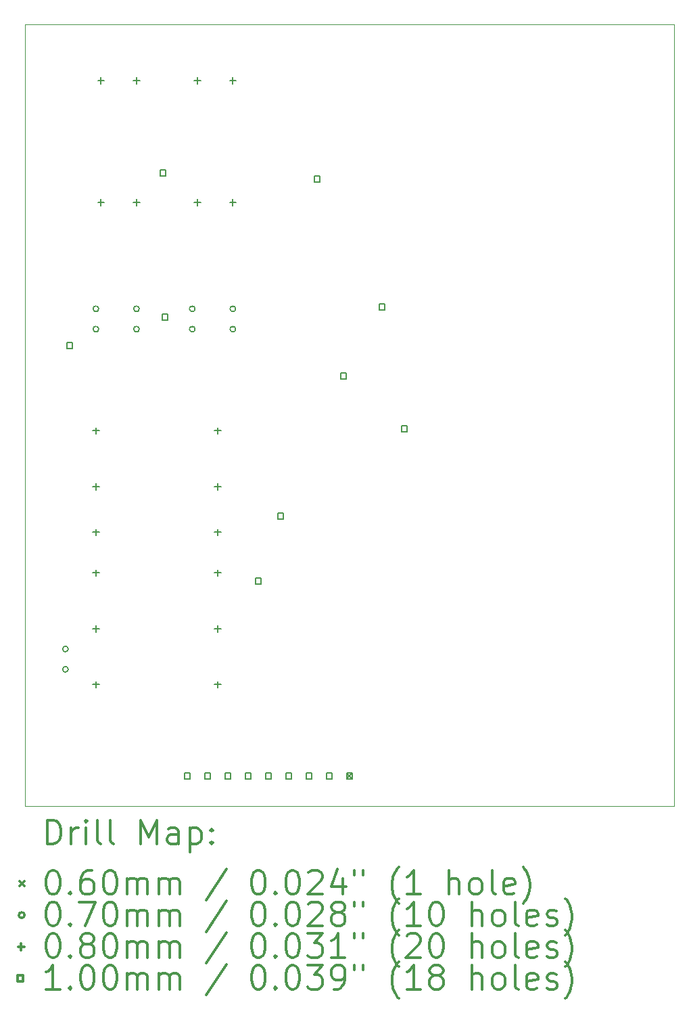
<source format=gbr>
%FSLAX45Y45*%
G04 Gerber Fmt 4.5, Leading zero omitted, Abs format (unit mm)*
G04 Created by KiCad (PCBNEW 5.1.4+dfsg1-1) date 2020-02-14 18:07:55*
%MOMM*%
%LPD*%
G04 APERTURE LIST*
%ADD10C,0.100000*%
%ADD11C,0.200000*%
%ADD12C,0.300000*%
G04 APERTURE END LIST*
D10*
X6096000Y-11811000D02*
X6096000Y-2032000D01*
X14224000Y-11811000D02*
X6096000Y-11811000D01*
X14224000Y-2032000D02*
X14224000Y-11811000D01*
X6096000Y-2032000D02*
X14224000Y-2032000D01*
D11*
X10130000Y-11400000D02*
X10190000Y-11460000D01*
X10190000Y-11400000D02*
X10130000Y-11460000D01*
X6639000Y-9842500D02*
G75*
G03X6639000Y-9842500I-35000J0D01*
G01*
X6639000Y-10096500D02*
G75*
G03X6639000Y-10096500I-35000J0D01*
G01*
X8226500Y-5588000D02*
G75*
G03X8226500Y-5588000I-35000J0D01*
G01*
X8226500Y-5842000D02*
G75*
G03X8226500Y-5842000I-35000J0D01*
G01*
X7020000Y-5588000D02*
G75*
G03X7020000Y-5588000I-35000J0D01*
G01*
X7020000Y-5842000D02*
G75*
G03X7020000Y-5842000I-35000J0D01*
G01*
X8734500Y-5588000D02*
G75*
G03X8734500Y-5588000I-35000J0D01*
G01*
X8734500Y-5842000D02*
G75*
G03X8734500Y-5842000I-35000J0D01*
G01*
X7528000Y-5588000D02*
G75*
G03X7528000Y-5588000I-35000J0D01*
G01*
X7528000Y-5842000D02*
G75*
G03X7528000Y-5842000I-35000J0D01*
G01*
X6985000Y-7770500D02*
X6985000Y-7850500D01*
X6945000Y-7810500D02*
X7025000Y-7810500D01*
X8509000Y-7770500D02*
X8509000Y-7850500D01*
X8469000Y-7810500D02*
X8549000Y-7810500D01*
X6985000Y-8342000D02*
X6985000Y-8422000D01*
X6945000Y-8382000D02*
X7025000Y-8382000D01*
X8509000Y-8342000D02*
X8509000Y-8422000D01*
X8469000Y-8382000D02*
X8549000Y-8382000D01*
X6985000Y-7072000D02*
X6985000Y-7152000D01*
X6945000Y-7112000D02*
X7025000Y-7112000D01*
X8509000Y-7072000D02*
X8509000Y-7152000D01*
X8469000Y-7112000D02*
X8549000Y-7112000D01*
X6985000Y-10247000D02*
X6985000Y-10327000D01*
X6945000Y-10287000D02*
X7025000Y-10287000D01*
X8509000Y-10247000D02*
X8509000Y-10327000D01*
X8469000Y-10287000D02*
X8549000Y-10287000D01*
X7493000Y-2690500D02*
X7493000Y-2770500D01*
X7453000Y-2730500D02*
X7533000Y-2730500D01*
X7493000Y-4214500D02*
X7493000Y-4294500D01*
X7453000Y-4254500D02*
X7533000Y-4254500D01*
X8255000Y-2690500D02*
X8255000Y-2770500D01*
X8215000Y-2730500D02*
X8295000Y-2730500D01*
X8255000Y-4214500D02*
X8255000Y-4294500D01*
X8215000Y-4254500D02*
X8295000Y-4254500D01*
X8699500Y-2690500D02*
X8699500Y-2770500D01*
X8659500Y-2730500D02*
X8739500Y-2730500D01*
X8699500Y-4214500D02*
X8699500Y-4294500D01*
X8659500Y-4254500D02*
X8739500Y-4254500D01*
X7048500Y-2690500D02*
X7048500Y-2770500D01*
X7008500Y-2730500D02*
X7088500Y-2730500D01*
X7048500Y-4214500D02*
X7048500Y-4294500D01*
X7008500Y-4254500D02*
X7088500Y-4254500D01*
X6985000Y-8850000D02*
X6985000Y-8930000D01*
X6945000Y-8890000D02*
X7025000Y-8890000D01*
X8509000Y-8850000D02*
X8509000Y-8930000D01*
X8469000Y-8890000D02*
X8549000Y-8890000D01*
X6985000Y-9548500D02*
X6985000Y-9628500D01*
X6945000Y-9588500D02*
X7025000Y-9588500D01*
X8509000Y-9548500D02*
X8509000Y-9628500D01*
X8469000Y-9588500D02*
X8549000Y-9588500D01*
X6690156Y-6080556D02*
X6690156Y-6009844D01*
X6619444Y-6009844D01*
X6619444Y-6080556D01*
X6690156Y-6080556D01*
X7858556Y-3921556D02*
X7858556Y-3850844D01*
X7787844Y-3850844D01*
X7787844Y-3921556D01*
X7858556Y-3921556D01*
X7883956Y-5724956D02*
X7883956Y-5654244D01*
X7813244Y-5654244D01*
X7813244Y-5724956D01*
X7883956Y-5724956D01*
X9052356Y-9026956D02*
X9052356Y-8956244D01*
X8981644Y-8956244D01*
X8981644Y-9026956D01*
X9052356Y-9026956D01*
X9331756Y-8214156D02*
X9331756Y-8143444D01*
X9261044Y-8143444D01*
X9261044Y-8214156D01*
X9331756Y-8214156D01*
X9788956Y-3997756D02*
X9788956Y-3927044D01*
X9718244Y-3927044D01*
X9718244Y-3997756D01*
X9788956Y-3997756D01*
X10119156Y-6461556D02*
X10119156Y-6390844D01*
X10048444Y-6390844D01*
X10048444Y-6461556D01*
X10119156Y-6461556D01*
X10601756Y-5597956D02*
X10601756Y-5527244D01*
X10531044Y-5527244D01*
X10531044Y-5597956D01*
X10601756Y-5597956D01*
X10881156Y-7121956D02*
X10881156Y-7051244D01*
X10810444Y-7051244D01*
X10810444Y-7121956D01*
X10881156Y-7121956D01*
X8163356Y-11465356D02*
X8163356Y-11394644D01*
X8092644Y-11394644D01*
X8092644Y-11465356D01*
X8163356Y-11465356D01*
X8417356Y-11465356D02*
X8417356Y-11394644D01*
X8346644Y-11394644D01*
X8346644Y-11465356D01*
X8417356Y-11465356D01*
X8671356Y-11465356D02*
X8671356Y-11394644D01*
X8600644Y-11394644D01*
X8600644Y-11465356D01*
X8671356Y-11465356D01*
X8925356Y-11465356D02*
X8925356Y-11394644D01*
X8854644Y-11394644D01*
X8854644Y-11465356D01*
X8925356Y-11465356D01*
X9179356Y-11465356D02*
X9179356Y-11394644D01*
X9108644Y-11394644D01*
X9108644Y-11465356D01*
X9179356Y-11465356D01*
X9433356Y-11465356D02*
X9433356Y-11394644D01*
X9362644Y-11394644D01*
X9362644Y-11465356D01*
X9433356Y-11465356D01*
X9687356Y-11465356D02*
X9687356Y-11394644D01*
X9616644Y-11394644D01*
X9616644Y-11465356D01*
X9687356Y-11465356D01*
X9941356Y-11465356D02*
X9941356Y-11394644D01*
X9870644Y-11394644D01*
X9870644Y-11465356D01*
X9941356Y-11465356D01*
X10195356Y-11465356D02*
X10195356Y-11394644D01*
X10124644Y-11394644D01*
X10124644Y-11465356D01*
X10195356Y-11465356D01*
D12*
X6377428Y-12281714D02*
X6377428Y-11981714D01*
X6448857Y-11981714D01*
X6491714Y-11996000D01*
X6520286Y-12024571D01*
X6534571Y-12053143D01*
X6548857Y-12110286D01*
X6548857Y-12153143D01*
X6534571Y-12210286D01*
X6520286Y-12238857D01*
X6491714Y-12267429D01*
X6448857Y-12281714D01*
X6377428Y-12281714D01*
X6677428Y-12281714D02*
X6677428Y-12081714D01*
X6677428Y-12138857D02*
X6691714Y-12110286D01*
X6706000Y-12096000D01*
X6734571Y-12081714D01*
X6763143Y-12081714D01*
X6863143Y-12281714D02*
X6863143Y-12081714D01*
X6863143Y-11981714D02*
X6848857Y-11996000D01*
X6863143Y-12010286D01*
X6877428Y-11996000D01*
X6863143Y-11981714D01*
X6863143Y-12010286D01*
X7048857Y-12281714D02*
X7020286Y-12267429D01*
X7006000Y-12238857D01*
X7006000Y-11981714D01*
X7206000Y-12281714D02*
X7177428Y-12267429D01*
X7163143Y-12238857D01*
X7163143Y-11981714D01*
X7548857Y-12281714D02*
X7548857Y-11981714D01*
X7648857Y-12196000D01*
X7748857Y-11981714D01*
X7748857Y-12281714D01*
X8020286Y-12281714D02*
X8020286Y-12124571D01*
X8006000Y-12096000D01*
X7977428Y-12081714D01*
X7920286Y-12081714D01*
X7891714Y-12096000D01*
X8020286Y-12267429D02*
X7991714Y-12281714D01*
X7920286Y-12281714D01*
X7891714Y-12267429D01*
X7877428Y-12238857D01*
X7877428Y-12210286D01*
X7891714Y-12181714D01*
X7920286Y-12167429D01*
X7991714Y-12167429D01*
X8020286Y-12153143D01*
X8163143Y-12081714D02*
X8163143Y-12381714D01*
X8163143Y-12096000D02*
X8191714Y-12081714D01*
X8248857Y-12081714D01*
X8277428Y-12096000D01*
X8291714Y-12110286D01*
X8306000Y-12138857D01*
X8306000Y-12224571D01*
X8291714Y-12253143D01*
X8277428Y-12267429D01*
X8248857Y-12281714D01*
X8191714Y-12281714D01*
X8163143Y-12267429D01*
X8434571Y-12253143D02*
X8448857Y-12267429D01*
X8434571Y-12281714D01*
X8420286Y-12267429D01*
X8434571Y-12253143D01*
X8434571Y-12281714D01*
X8434571Y-12096000D02*
X8448857Y-12110286D01*
X8434571Y-12124571D01*
X8420286Y-12110286D01*
X8434571Y-12096000D01*
X8434571Y-12124571D01*
X6031000Y-12746000D02*
X6091000Y-12806000D01*
X6091000Y-12746000D02*
X6031000Y-12806000D01*
X6434571Y-12611714D02*
X6463143Y-12611714D01*
X6491714Y-12626000D01*
X6506000Y-12640286D01*
X6520286Y-12668857D01*
X6534571Y-12726000D01*
X6534571Y-12797429D01*
X6520286Y-12854571D01*
X6506000Y-12883143D01*
X6491714Y-12897429D01*
X6463143Y-12911714D01*
X6434571Y-12911714D01*
X6406000Y-12897429D01*
X6391714Y-12883143D01*
X6377428Y-12854571D01*
X6363143Y-12797429D01*
X6363143Y-12726000D01*
X6377428Y-12668857D01*
X6391714Y-12640286D01*
X6406000Y-12626000D01*
X6434571Y-12611714D01*
X6663143Y-12883143D02*
X6677428Y-12897429D01*
X6663143Y-12911714D01*
X6648857Y-12897429D01*
X6663143Y-12883143D01*
X6663143Y-12911714D01*
X6934571Y-12611714D02*
X6877428Y-12611714D01*
X6848857Y-12626000D01*
X6834571Y-12640286D01*
X6806000Y-12683143D01*
X6791714Y-12740286D01*
X6791714Y-12854571D01*
X6806000Y-12883143D01*
X6820286Y-12897429D01*
X6848857Y-12911714D01*
X6906000Y-12911714D01*
X6934571Y-12897429D01*
X6948857Y-12883143D01*
X6963143Y-12854571D01*
X6963143Y-12783143D01*
X6948857Y-12754571D01*
X6934571Y-12740286D01*
X6906000Y-12726000D01*
X6848857Y-12726000D01*
X6820286Y-12740286D01*
X6806000Y-12754571D01*
X6791714Y-12783143D01*
X7148857Y-12611714D02*
X7177428Y-12611714D01*
X7206000Y-12626000D01*
X7220286Y-12640286D01*
X7234571Y-12668857D01*
X7248857Y-12726000D01*
X7248857Y-12797429D01*
X7234571Y-12854571D01*
X7220286Y-12883143D01*
X7206000Y-12897429D01*
X7177428Y-12911714D01*
X7148857Y-12911714D01*
X7120286Y-12897429D01*
X7106000Y-12883143D01*
X7091714Y-12854571D01*
X7077428Y-12797429D01*
X7077428Y-12726000D01*
X7091714Y-12668857D01*
X7106000Y-12640286D01*
X7120286Y-12626000D01*
X7148857Y-12611714D01*
X7377428Y-12911714D02*
X7377428Y-12711714D01*
X7377428Y-12740286D02*
X7391714Y-12726000D01*
X7420286Y-12711714D01*
X7463143Y-12711714D01*
X7491714Y-12726000D01*
X7506000Y-12754571D01*
X7506000Y-12911714D01*
X7506000Y-12754571D02*
X7520286Y-12726000D01*
X7548857Y-12711714D01*
X7591714Y-12711714D01*
X7620286Y-12726000D01*
X7634571Y-12754571D01*
X7634571Y-12911714D01*
X7777428Y-12911714D02*
X7777428Y-12711714D01*
X7777428Y-12740286D02*
X7791714Y-12726000D01*
X7820286Y-12711714D01*
X7863143Y-12711714D01*
X7891714Y-12726000D01*
X7906000Y-12754571D01*
X7906000Y-12911714D01*
X7906000Y-12754571D02*
X7920286Y-12726000D01*
X7948857Y-12711714D01*
X7991714Y-12711714D01*
X8020286Y-12726000D01*
X8034571Y-12754571D01*
X8034571Y-12911714D01*
X8620286Y-12597429D02*
X8363143Y-12983143D01*
X9006000Y-12611714D02*
X9034571Y-12611714D01*
X9063143Y-12626000D01*
X9077428Y-12640286D01*
X9091714Y-12668857D01*
X9106000Y-12726000D01*
X9106000Y-12797429D01*
X9091714Y-12854571D01*
X9077428Y-12883143D01*
X9063143Y-12897429D01*
X9034571Y-12911714D01*
X9006000Y-12911714D01*
X8977428Y-12897429D01*
X8963143Y-12883143D01*
X8948857Y-12854571D01*
X8934571Y-12797429D01*
X8934571Y-12726000D01*
X8948857Y-12668857D01*
X8963143Y-12640286D01*
X8977428Y-12626000D01*
X9006000Y-12611714D01*
X9234571Y-12883143D02*
X9248857Y-12897429D01*
X9234571Y-12911714D01*
X9220286Y-12897429D01*
X9234571Y-12883143D01*
X9234571Y-12911714D01*
X9434571Y-12611714D02*
X9463143Y-12611714D01*
X9491714Y-12626000D01*
X9506000Y-12640286D01*
X9520286Y-12668857D01*
X9534571Y-12726000D01*
X9534571Y-12797429D01*
X9520286Y-12854571D01*
X9506000Y-12883143D01*
X9491714Y-12897429D01*
X9463143Y-12911714D01*
X9434571Y-12911714D01*
X9406000Y-12897429D01*
X9391714Y-12883143D01*
X9377428Y-12854571D01*
X9363143Y-12797429D01*
X9363143Y-12726000D01*
X9377428Y-12668857D01*
X9391714Y-12640286D01*
X9406000Y-12626000D01*
X9434571Y-12611714D01*
X9648857Y-12640286D02*
X9663143Y-12626000D01*
X9691714Y-12611714D01*
X9763143Y-12611714D01*
X9791714Y-12626000D01*
X9806000Y-12640286D01*
X9820286Y-12668857D01*
X9820286Y-12697429D01*
X9806000Y-12740286D01*
X9634571Y-12911714D01*
X9820286Y-12911714D01*
X10077428Y-12711714D02*
X10077428Y-12911714D01*
X10006000Y-12597429D02*
X9934571Y-12811714D01*
X10120286Y-12811714D01*
X10220286Y-12611714D02*
X10220286Y-12668857D01*
X10334571Y-12611714D02*
X10334571Y-12668857D01*
X10777428Y-13026000D02*
X10763143Y-13011714D01*
X10734571Y-12968857D01*
X10720286Y-12940286D01*
X10706000Y-12897429D01*
X10691714Y-12826000D01*
X10691714Y-12768857D01*
X10706000Y-12697429D01*
X10720286Y-12654571D01*
X10734571Y-12626000D01*
X10763143Y-12583143D01*
X10777428Y-12568857D01*
X11048857Y-12911714D02*
X10877428Y-12911714D01*
X10963143Y-12911714D02*
X10963143Y-12611714D01*
X10934571Y-12654571D01*
X10906000Y-12683143D01*
X10877428Y-12697429D01*
X11406000Y-12911714D02*
X11406000Y-12611714D01*
X11534571Y-12911714D02*
X11534571Y-12754571D01*
X11520286Y-12726000D01*
X11491714Y-12711714D01*
X11448857Y-12711714D01*
X11420286Y-12726000D01*
X11406000Y-12740286D01*
X11720286Y-12911714D02*
X11691714Y-12897429D01*
X11677428Y-12883143D01*
X11663143Y-12854571D01*
X11663143Y-12768857D01*
X11677428Y-12740286D01*
X11691714Y-12726000D01*
X11720286Y-12711714D01*
X11763143Y-12711714D01*
X11791714Y-12726000D01*
X11806000Y-12740286D01*
X11820286Y-12768857D01*
X11820286Y-12854571D01*
X11806000Y-12883143D01*
X11791714Y-12897429D01*
X11763143Y-12911714D01*
X11720286Y-12911714D01*
X11991714Y-12911714D02*
X11963143Y-12897429D01*
X11948857Y-12868857D01*
X11948857Y-12611714D01*
X12220286Y-12897429D02*
X12191714Y-12911714D01*
X12134571Y-12911714D01*
X12106000Y-12897429D01*
X12091714Y-12868857D01*
X12091714Y-12754571D01*
X12106000Y-12726000D01*
X12134571Y-12711714D01*
X12191714Y-12711714D01*
X12220286Y-12726000D01*
X12234571Y-12754571D01*
X12234571Y-12783143D01*
X12091714Y-12811714D01*
X12334571Y-13026000D02*
X12348857Y-13011714D01*
X12377428Y-12968857D01*
X12391714Y-12940286D01*
X12406000Y-12897429D01*
X12420286Y-12826000D01*
X12420286Y-12768857D01*
X12406000Y-12697429D01*
X12391714Y-12654571D01*
X12377428Y-12626000D01*
X12348857Y-12583143D01*
X12334571Y-12568857D01*
X6091000Y-13172000D02*
G75*
G03X6091000Y-13172000I-35000J0D01*
G01*
X6434571Y-13007714D02*
X6463143Y-13007714D01*
X6491714Y-13022000D01*
X6506000Y-13036286D01*
X6520286Y-13064857D01*
X6534571Y-13122000D01*
X6534571Y-13193429D01*
X6520286Y-13250571D01*
X6506000Y-13279143D01*
X6491714Y-13293429D01*
X6463143Y-13307714D01*
X6434571Y-13307714D01*
X6406000Y-13293429D01*
X6391714Y-13279143D01*
X6377428Y-13250571D01*
X6363143Y-13193429D01*
X6363143Y-13122000D01*
X6377428Y-13064857D01*
X6391714Y-13036286D01*
X6406000Y-13022000D01*
X6434571Y-13007714D01*
X6663143Y-13279143D02*
X6677428Y-13293429D01*
X6663143Y-13307714D01*
X6648857Y-13293429D01*
X6663143Y-13279143D01*
X6663143Y-13307714D01*
X6777428Y-13007714D02*
X6977428Y-13007714D01*
X6848857Y-13307714D01*
X7148857Y-13007714D02*
X7177428Y-13007714D01*
X7206000Y-13022000D01*
X7220286Y-13036286D01*
X7234571Y-13064857D01*
X7248857Y-13122000D01*
X7248857Y-13193429D01*
X7234571Y-13250571D01*
X7220286Y-13279143D01*
X7206000Y-13293429D01*
X7177428Y-13307714D01*
X7148857Y-13307714D01*
X7120286Y-13293429D01*
X7106000Y-13279143D01*
X7091714Y-13250571D01*
X7077428Y-13193429D01*
X7077428Y-13122000D01*
X7091714Y-13064857D01*
X7106000Y-13036286D01*
X7120286Y-13022000D01*
X7148857Y-13007714D01*
X7377428Y-13307714D02*
X7377428Y-13107714D01*
X7377428Y-13136286D02*
X7391714Y-13122000D01*
X7420286Y-13107714D01*
X7463143Y-13107714D01*
X7491714Y-13122000D01*
X7506000Y-13150571D01*
X7506000Y-13307714D01*
X7506000Y-13150571D02*
X7520286Y-13122000D01*
X7548857Y-13107714D01*
X7591714Y-13107714D01*
X7620286Y-13122000D01*
X7634571Y-13150571D01*
X7634571Y-13307714D01*
X7777428Y-13307714D02*
X7777428Y-13107714D01*
X7777428Y-13136286D02*
X7791714Y-13122000D01*
X7820286Y-13107714D01*
X7863143Y-13107714D01*
X7891714Y-13122000D01*
X7906000Y-13150571D01*
X7906000Y-13307714D01*
X7906000Y-13150571D02*
X7920286Y-13122000D01*
X7948857Y-13107714D01*
X7991714Y-13107714D01*
X8020286Y-13122000D01*
X8034571Y-13150571D01*
X8034571Y-13307714D01*
X8620286Y-12993429D02*
X8363143Y-13379143D01*
X9006000Y-13007714D02*
X9034571Y-13007714D01*
X9063143Y-13022000D01*
X9077428Y-13036286D01*
X9091714Y-13064857D01*
X9106000Y-13122000D01*
X9106000Y-13193429D01*
X9091714Y-13250571D01*
X9077428Y-13279143D01*
X9063143Y-13293429D01*
X9034571Y-13307714D01*
X9006000Y-13307714D01*
X8977428Y-13293429D01*
X8963143Y-13279143D01*
X8948857Y-13250571D01*
X8934571Y-13193429D01*
X8934571Y-13122000D01*
X8948857Y-13064857D01*
X8963143Y-13036286D01*
X8977428Y-13022000D01*
X9006000Y-13007714D01*
X9234571Y-13279143D02*
X9248857Y-13293429D01*
X9234571Y-13307714D01*
X9220286Y-13293429D01*
X9234571Y-13279143D01*
X9234571Y-13307714D01*
X9434571Y-13007714D02*
X9463143Y-13007714D01*
X9491714Y-13022000D01*
X9506000Y-13036286D01*
X9520286Y-13064857D01*
X9534571Y-13122000D01*
X9534571Y-13193429D01*
X9520286Y-13250571D01*
X9506000Y-13279143D01*
X9491714Y-13293429D01*
X9463143Y-13307714D01*
X9434571Y-13307714D01*
X9406000Y-13293429D01*
X9391714Y-13279143D01*
X9377428Y-13250571D01*
X9363143Y-13193429D01*
X9363143Y-13122000D01*
X9377428Y-13064857D01*
X9391714Y-13036286D01*
X9406000Y-13022000D01*
X9434571Y-13007714D01*
X9648857Y-13036286D02*
X9663143Y-13022000D01*
X9691714Y-13007714D01*
X9763143Y-13007714D01*
X9791714Y-13022000D01*
X9806000Y-13036286D01*
X9820286Y-13064857D01*
X9820286Y-13093429D01*
X9806000Y-13136286D01*
X9634571Y-13307714D01*
X9820286Y-13307714D01*
X9991714Y-13136286D02*
X9963143Y-13122000D01*
X9948857Y-13107714D01*
X9934571Y-13079143D01*
X9934571Y-13064857D01*
X9948857Y-13036286D01*
X9963143Y-13022000D01*
X9991714Y-13007714D01*
X10048857Y-13007714D01*
X10077428Y-13022000D01*
X10091714Y-13036286D01*
X10106000Y-13064857D01*
X10106000Y-13079143D01*
X10091714Y-13107714D01*
X10077428Y-13122000D01*
X10048857Y-13136286D01*
X9991714Y-13136286D01*
X9963143Y-13150571D01*
X9948857Y-13164857D01*
X9934571Y-13193429D01*
X9934571Y-13250571D01*
X9948857Y-13279143D01*
X9963143Y-13293429D01*
X9991714Y-13307714D01*
X10048857Y-13307714D01*
X10077428Y-13293429D01*
X10091714Y-13279143D01*
X10106000Y-13250571D01*
X10106000Y-13193429D01*
X10091714Y-13164857D01*
X10077428Y-13150571D01*
X10048857Y-13136286D01*
X10220286Y-13007714D02*
X10220286Y-13064857D01*
X10334571Y-13007714D02*
X10334571Y-13064857D01*
X10777428Y-13422000D02*
X10763143Y-13407714D01*
X10734571Y-13364857D01*
X10720286Y-13336286D01*
X10706000Y-13293429D01*
X10691714Y-13222000D01*
X10691714Y-13164857D01*
X10706000Y-13093429D01*
X10720286Y-13050571D01*
X10734571Y-13022000D01*
X10763143Y-12979143D01*
X10777428Y-12964857D01*
X11048857Y-13307714D02*
X10877428Y-13307714D01*
X10963143Y-13307714D02*
X10963143Y-13007714D01*
X10934571Y-13050571D01*
X10906000Y-13079143D01*
X10877428Y-13093429D01*
X11234571Y-13007714D02*
X11263143Y-13007714D01*
X11291714Y-13022000D01*
X11306000Y-13036286D01*
X11320286Y-13064857D01*
X11334571Y-13122000D01*
X11334571Y-13193429D01*
X11320286Y-13250571D01*
X11306000Y-13279143D01*
X11291714Y-13293429D01*
X11263143Y-13307714D01*
X11234571Y-13307714D01*
X11206000Y-13293429D01*
X11191714Y-13279143D01*
X11177428Y-13250571D01*
X11163143Y-13193429D01*
X11163143Y-13122000D01*
X11177428Y-13064857D01*
X11191714Y-13036286D01*
X11206000Y-13022000D01*
X11234571Y-13007714D01*
X11691714Y-13307714D02*
X11691714Y-13007714D01*
X11820286Y-13307714D02*
X11820286Y-13150571D01*
X11806000Y-13122000D01*
X11777428Y-13107714D01*
X11734571Y-13107714D01*
X11706000Y-13122000D01*
X11691714Y-13136286D01*
X12006000Y-13307714D02*
X11977428Y-13293429D01*
X11963143Y-13279143D01*
X11948857Y-13250571D01*
X11948857Y-13164857D01*
X11963143Y-13136286D01*
X11977428Y-13122000D01*
X12006000Y-13107714D01*
X12048857Y-13107714D01*
X12077428Y-13122000D01*
X12091714Y-13136286D01*
X12106000Y-13164857D01*
X12106000Y-13250571D01*
X12091714Y-13279143D01*
X12077428Y-13293429D01*
X12048857Y-13307714D01*
X12006000Y-13307714D01*
X12277428Y-13307714D02*
X12248857Y-13293429D01*
X12234571Y-13264857D01*
X12234571Y-13007714D01*
X12506000Y-13293429D02*
X12477428Y-13307714D01*
X12420286Y-13307714D01*
X12391714Y-13293429D01*
X12377428Y-13264857D01*
X12377428Y-13150571D01*
X12391714Y-13122000D01*
X12420286Y-13107714D01*
X12477428Y-13107714D01*
X12506000Y-13122000D01*
X12520286Y-13150571D01*
X12520286Y-13179143D01*
X12377428Y-13207714D01*
X12634571Y-13293429D02*
X12663143Y-13307714D01*
X12720286Y-13307714D01*
X12748857Y-13293429D01*
X12763143Y-13264857D01*
X12763143Y-13250571D01*
X12748857Y-13222000D01*
X12720286Y-13207714D01*
X12677428Y-13207714D01*
X12648857Y-13193429D01*
X12634571Y-13164857D01*
X12634571Y-13150571D01*
X12648857Y-13122000D01*
X12677428Y-13107714D01*
X12720286Y-13107714D01*
X12748857Y-13122000D01*
X12863143Y-13422000D02*
X12877428Y-13407714D01*
X12906000Y-13364857D01*
X12920286Y-13336286D01*
X12934571Y-13293429D01*
X12948857Y-13222000D01*
X12948857Y-13164857D01*
X12934571Y-13093429D01*
X12920286Y-13050571D01*
X12906000Y-13022000D01*
X12877428Y-12979143D01*
X12863143Y-12964857D01*
X6051000Y-13528000D02*
X6051000Y-13608000D01*
X6011000Y-13568000D02*
X6091000Y-13568000D01*
X6434571Y-13403714D02*
X6463143Y-13403714D01*
X6491714Y-13418000D01*
X6506000Y-13432286D01*
X6520286Y-13460857D01*
X6534571Y-13518000D01*
X6534571Y-13589429D01*
X6520286Y-13646571D01*
X6506000Y-13675143D01*
X6491714Y-13689429D01*
X6463143Y-13703714D01*
X6434571Y-13703714D01*
X6406000Y-13689429D01*
X6391714Y-13675143D01*
X6377428Y-13646571D01*
X6363143Y-13589429D01*
X6363143Y-13518000D01*
X6377428Y-13460857D01*
X6391714Y-13432286D01*
X6406000Y-13418000D01*
X6434571Y-13403714D01*
X6663143Y-13675143D02*
X6677428Y-13689429D01*
X6663143Y-13703714D01*
X6648857Y-13689429D01*
X6663143Y-13675143D01*
X6663143Y-13703714D01*
X6848857Y-13532286D02*
X6820286Y-13518000D01*
X6806000Y-13503714D01*
X6791714Y-13475143D01*
X6791714Y-13460857D01*
X6806000Y-13432286D01*
X6820286Y-13418000D01*
X6848857Y-13403714D01*
X6906000Y-13403714D01*
X6934571Y-13418000D01*
X6948857Y-13432286D01*
X6963143Y-13460857D01*
X6963143Y-13475143D01*
X6948857Y-13503714D01*
X6934571Y-13518000D01*
X6906000Y-13532286D01*
X6848857Y-13532286D01*
X6820286Y-13546571D01*
X6806000Y-13560857D01*
X6791714Y-13589429D01*
X6791714Y-13646571D01*
X6806000Y-13675143D01*
X6820286Y-13689429D01*
X6848857Y-13703714D01*
X6906000Y-13703714D01*
X6934571Y-13689429D01*
X6948857Y-13675143D01*
X6963143Y-13646571D01*
X6963143Y-13589429D01*
X6948857Y-13560857D01*
X6934571Y-13546571D01*
X6906000Y-13532286D01*
X7148857Y-13403714D02*
X7177428Y-13403714D01*
X7206000Y-13418000D01*
X7220286Y-13432286D01*
X7234571Y-13460857D01*
X7248857Y-13518000D01*
X7248857Y-13589429D01*
X7234571Y-13646571D01*
X7220286Y-13675143D01*
X7206000Y-13689429D01*
X7177428Y-13703714D01*
X7148857Y-13703714D01*
X7120286Y-13689429D01*
X7106000Y-13675143D01*
X7091714Y-13646571D01*
X7077428Y-13589429D01*
X7077428Y-13518000D01*
X7091714Y-13460857D01*
X7106000Y-13432286D01*
X7120286Y-13418000D01*
X7148857Y-13403714D01*
X7377428Y-13703714D02*
X7377428Y-13503714D01*
X7377428Y-13532286D02*
X7391714Y-13518000D01*
X7420286Y-13503714D01*
X7463143Y-13503714D01*
X7491714Y-13518000D01*
X7506000Y-13546571D01*
X7506000Y-13703714D01*
X7506000Y-13546571D02*
X7520286Y-13518000D01*
X7548857Y-13503714D01*
X7591714Y-13503714D01*
X7620286Y-13518000D01*
X7634571Y-13546571D01*
X7634571Y-13703714D01*
X7777428Y-13703714D02*
X7777428Y-13503714D01*
X7777428Y-13532286D02*
X7791714Y-13518000D01*
X7820286Y-13503714D01*
X7863143Y-13503714D01*
X7891714Y-13518000D01*
X7906000Y-13546571D01*
X7906000Y-13703714D01*
X7906000Y-13546571D02*
X7920286Y-13518000D01*
X7948857Y-13503714D01*
X7991714Y-13503714D01*
X8020286Y-13518000D01*
X8034571Y-13546571D01*
X8034571Y-13703714D01*
X8620286Y-13389429D02*
X8363143Y-13775143D01*
X9006000Y-13403714D02*
X9034571Y-13403714D01*
X9063143Y-13418000D01*
X9077428Y-13432286D01*
X9091714Y-13460857D01*
X9106000Y-13518000D01*
X9106000Y-13589429D01*
X9091714Y-13646571D01*
X9077428Y-13675143D01*
X9063143Y-13689429D01*
X9034571Y-13703714D01*
X9006000Y-13703714D01*
X8977428Y-13689429D01*
X8963143Y-13675143D01*
X8948857Y-13646571D01*
X8934571Y-13589429D01*
X8934571Y-13518000D01*
X8948857Y-13460857D01*
X8963143Y-13432286D01*
X8977428Y-13418000D01*
X9006000Y-13403714D01*
X9234571Y-13675143D02*
X9248857Y-13689429D01*
X9234571Y-13703714D01*
X9220286Y-13689429D01*
X9234571Y-13675143D01*
X9234571Y-13703714D01*
X9434571Y-13403714D02*
X9463143Y-13403714D01*
X9491714Y-13418000D01*
X9506000Y-13432286D01*
X9520286Y-13460857D01*
X9534571Y-13518000D01*
X9534571Y-13589429D01*
X9520286Y-13646571D01*
X9506000Y-13675143D01*
X9491714Y-13689429D01*
X9463143Y-13703714D01*
X9434571Y-13703714D01*
X9406000Y-13689429D01*
X9391714Y-13675143D01*
X9377428Y-13646571D01*
X9363143Y-13589429D01*
X9363143Y-13518000D01*
X9377428Y-13460857D01*
X9391714Y-13432286D01*
X9406000Y-13418000D01*
X9434571Y-13403714D01*
X9634571Y-13403714D02*
X9820286Y-13403714D01*
X9720286Y-13518000D01*
X9763143Y-13518000D01*
X9791714Y-13532286D01*
X9806000Y-13546571D01*
X9820286Y-13575143D01*
X9820286Y-13646571D01*
X9806000Y-13675143D01*
X9791714Y-13689429D01*
X9763143Y-13703714D01*
X9677428Y-13703714D01*
X9648857Y-13689429D01*
X9634571Y-13675143D01*
X10106000Y-13703714D02*
X9934571Y-13703714D01*
X10020286Y-13703714D02*
X10020286Y-13403714D01*
X9991714Y-13446571D01*
X9963143Y-13475143D01*
X9934571Y-13489429D01*
X10220286Y-13403714D02*
X10220286Y-13460857D01*
X10334571Y-13403714D02*
X10334571Y-13460857D01*
X10777428Y-13818000D02*
X10763143Y-13803714D01*
X10734571Y-13760857D01*
X10720286Y-13732286D01*
X10706000Y-13689429D01*
X10691714Y-13618000D01*
X10691714Y-13560857D01*
X10706000Y-13489429D01*
X10720286Y-13446571D01*
X10734571Y-13418000D01*
X10763143Y-13375143D01*
X10777428Y-13360857D01*
X10877428Y-13432286D02*
X10891714Y-13418000D01*
X10920286Y-13403714D01*
X10991714Y-13403714D01*
X11020286Y-13418000D01*
X11034571Y-13432286D01*
X11048857Y-13460857D01*
X11048857Y-13489429D01*
X11034571Y-13532286D01*
X10863143Y-13703714D01*
X11048857Y-13703714D01*
X11234571Y-13403714D02*
X11263143Y-13403714D01*
X11291714Y-13418000D01*
X11306000Y-13432286D01*
X11320286Y-13460857D01*
X11334571Y-13518000D01*
X11334571Y-13589429D01*
X11320286Y-13646571D01*
X11306000Y-13675143D01*
X11291714Y-13689429D01*
X11263143Y-13703714D01*
X11234571Y-13703714D01*
X11206000Y-13689429D01*
X11191714Y-13675143D01*
X11177428Y-13646571D01*
X11163143Y-13589429D01*
X11163143Y-13518000D01*
X11177428Y-13460857D01*
X11191714Y-13432286D01*
X11206000Y-13418000D01*
X11234571Y-13403714D01*
X11691714Y-13703714D02*
X11691714Y-13403714D01*
X11820286Y-13703714D02*
X11820286Y-13546571D01*
X11806000Y-13518000D01*
X11777428Y-13503714D01*
X11734571Y-13503714D01*
X11706000Y-13518000D01*
X11691714Y-13532286D01*
X12006000Y-13703714D02*
X11977428Y-13689429D01*
X11963143Y-13675143D01*
X11948857Y-13646571D01*
X11948857Y-13560857D01*
X11963143Y-13532286D01*
X11977428Y-13518000D01*
X12006000Y-13503714D01*
X12048857Y-13503714D01*
X12077428Y-13518000D01*
X12091714Y-13532286D01*
X12106000Y-13560857D01*
X12106000Y-13646571D01*
X12091714Y-13675143D01*
X12077428Y-13689429D01*
X12048857Y-13703714D01*
X12006000Y-13703714D01*
X12277428Y-13703714D02*
X12248857Y-13689429D01*
X12234571Y-13660857D01*
X12234571Y-13403714D01*
X12506000Y-13689429D02*
X12477428Y-13703714D01*
X12420286Y-13703714D01*
X12391714Y-13689429D01*
X12377428Y-13660857D01*
X12377428Y-13546571D01*
X12391714Y-13518000D01*
X12420286Y-13503714D01*
X12477428Y-13503714D01*
X12506000Y-13518000D01*
X12520286Y-13546571D01*
X12520286Y-13575143D01*
X12377428Y-13603714D01*
X12634571Y-13689429D02*
X12663143Y-13703714D01*
X12720286Y-13703714D01*
X12748857Y-13689429D01*
X12763143Y-13660857D01*
X12763143Y-13646571D01*
X12748857Y-13618000D01*
X12720286Y-13603714D01*
X12677428Y-13603714D01*
X12648857Y-13589429D01*
X12634571Y-13560857D01*
X12634571Y-13546571D01*
X12648857Y-13518000D01*
X12677428Y-13503714D01*
X12720286Y-13503714D01*
X12748857Y-13518000D01*
X12863143Y-13818000D02*
X12877428Y-13803714D01*
X12906000Y-13760857D01*
X12920286Y-13732286D01*
X12934571Y-13689429D01*
X12948857Y-13618000D01*
X12948857Y-13560857D01*
X12934571Y-13489429D01*
X12920286Y-13446571D01*
X12906000Y-13418000D01*
X12877428Y-13375143D01*
X12863143Y-13360857D01*
X6076356Y-13999356D02*
X6076356Y-13928644D01*
X6005644Y-13928644D01*
X6005644Y-13999356D01*
X6076356Y-13999356D01*
X6534571Y-14099714D02*
X6363143Y-14099714D01*
X6448857Y-14099714D02*
X6448857Y-13799714D01*
X6420286Y-13842571D01*
X6391714Y-13871143D01*
X6363143Y-13885429D01*
X6663143Y-14071143D02*
X6677428Y-14085429D01*
X6663143Y-14099714D01*
X6648857Y-14085429D01*
X6663143Y-14071143D01*
X6663143Y-14099714D01*
X6863143Y-13799714D02*
X6891714Y-13799714D01*
X6920286Y-13814000D01*
X6934571Y-13828286D01*
X6948857Y-13856857D01*
X6963143Y-13914000D01*
X6963143Y-13985429D01*
X6948857Y-14042571D01*
X6934571Y-14071143D01*
X6920286Y-14085429D01*
X6891714Y-14099714D01*
X6863143Y-14099714D01*
X6834571Y-14085429D01*
X6820286Y-14071143D01*
X6806000Y-14042571D01*
X6791714Y-13985429D01*
X6791714Y-13914000D01*
X6806000Y-13856857D01*
X6820286Y-13828286D01*
X6834571Y-13814000D01*
X6863143Y-13799714D01*
X7148857Y-13799714D02*
X7177428Y-13799714D01*
X7206000Y-13814000D01*
X7220286Y-13828286D01*
X7234571Y-13856857D01*
X7248857Y-13914000D01*
X7248857Y-13985429D01*
X7234571Y-14042571D01*
X7220286Y-14071143D01*
X7206000Y-14085429D01*
X7177428Y-14099714D01*
X7148857Y-14099714D01*
X7120286Y-14085429D01*
X7106000Y-14071143D01*
X7091714Y-14042571D01*
X7077428Y-13985429D01*
X7077428Y-13914000D01*
X7091714Y-13856857D01*
X7106000Y-13828286D01*
X7120286Y-13814000D01*
X7148857Y-13799714D01*
X7377428Y-14099714D02*
X7377428Y-13899714D01*
X7377428Y-13928286D02*
X7391714Y-13914000D01*
X7420286Y-13899714D01*
X7463143Y-13899714D01*
X7491714Y-13914000D01*
X7506000Y-13942571D01*
X7506000Y-14099714D01*
X7506000Y-13942571D02*
X7520286Y-13914000D01*
X7548857Y-13899714D01*
X7591714Y-13899714D01*
X7620286Y-13914000D01*
X7634571Y-13942571D01*
X7634571Y-14099714D01*
X7777428Y-14099714D02*
X7777428Y-13899714D01*
X7777428Y-13928286D02*
X7791714Y-13914000D01*
X7820286Y-13899714D01*
X7863143Y-13899714D01*
X7891714Y-13914000D01*
X7906000Y-13942571D01*
X7906000Y-14099714D01*
X7906000Y-13942571D02*
X7920286Y-13914000D01*
X7948857Y-13899714D01*
X7991714Y-13899714D01*
X8020286Y-13914000D01*
X8034571Y-13942571D01*
X8034571Y-14099714D01*
X8620286Y-13785429D02*
X8363143Y-14171143D01*
X9006000Y-13799714D02*
X9034571Y-13799714D01*
X9063143Y-13814000D01*
X9077428Y-13828286D01*
X9091714Y-13856857D01*
X9106000Y-13914000D01*
X9106000Y-13985429D01*
X9091714Y-14042571D01*
X9077428Y-14071143D01*
X9063143Y-14085429D01*
X9034571Y-14099714D01*
X9006000Y-14099714D01*
X8977428Y-14085429D01*
X8963143Y-14071143D01*
X8948857Y-14042571D01*
X8934571Y-13985429D01*
X8934571Y-13914000D01*
X8948857Y-13856857D01*
X8963143Y-13828286D01*
X8977428Y-13814000D01*
X9006000Y-13799714D01*
X9234571Y-14071143D02*
X9248857Y-14085429D01*
X9234571Y-14099714D01*
X9220286Y-14085429D01*
X9234571Y-14071143D01*
X9234571Y-14099714D01*
X9434571Y-13799714D02*
X9463143Y-13799714D01*
X9491714Y-13814000D01*
X9506000Y-13828286D01*
X9520286Y-13856857D01*
X9534571Y-13914000D01*
X9534571Y-13985429D01*
X9520286Y-14042571D01*
X9506000Y-14071143D01*
X9491714Y-14085429D01*
X9463143Y-14099714D01*
X9434571Y-14099714D01*
X9406000Y-14085429D01*
X9391714Y-14071143D01*
X9377428Y-14042571D01*
X9363143Y-13985429D01*
X9363143Y-13914000D01*
X9377428Y-13856857D01*
X9391714Y-13828286D01*
X9406000Y-13814000D01*
X9434571Y-13799714D01*
X9634571Y-13799714D02*
X9820286Y-13799714D01*
X9720286Y-13914000D01*
X9763143Y-13914000D01*
X9791714Y-13928286D01*
X9806000Y-13942571D01*
X9820286Y-13971143D01*
X9820286Y-14042571D01*
X9806000Y-14071143D01*
X9791714Y-14085429D01*
X9763143Y-14099714D01*
X9677428Y-14099714D01*
X9648857Y-14085429D01*
X9634571Y-14071143D01*
X9963143Y-14099714D02*
X10020286Y-14099714D01*
X10048857Y-14085429D01*
X10063143Y-14071143D01*
X10091714Y-14028286D01*
X10106000Y-13971143D01*
X10106000Y-13856857D01*
X10091714Y-13828286D01*
X10077428Y-13814000D01*
X10048857Y-13799714D01*
X9991714Y-13799714D01*
X9963143Y-13814000D01*
X9948857Y-13828286D01*
X9934571Y-13856857D01*
X9934571Y-13928286D01*
X9948857Y-13956857D01*
X9963143Y-13971143D01*
X9991714Y-13985429D01*
X10048857Y-13985429D01*
X10077428Y-13971143D01*
X10091714Y-13956857D01*
X10106000Y-13928286D01*
X10220286Y-13799714D02*
X10220286Y-13856857D01*
X10334571Y-13799714D02*
X10334571Y-13856857D01*
X10777428Y-14214000D02*
X10763143Y-14199714D01*
X10734571Y-14156857D01*
X10720286Y-14128286D01*
X10706000Y-14085429D01*
X10691714Y-14014000D01*
X10691714Y-13956857D01*
X10706000Y-13885429D01*
X10720286Y-13842571D01*
X10734571Y-13814000D01*
X10763143Y-13771143D01*
X10777428Y-13756857D01*
X11048857Y-14099714D02*
X10877428Y-14099714D01*
X10963143Y-14099714D02*
X10963143Y-13799714D01*
X10934571Y-13842571D01*
X10906000Y-13871143D01*
X10877428Y-13885429D01*
X11220286Y-13928286D02*
X11191714Y-13914000D01*
X11177428Y-13899714D01*
X11163143Y-13871143D01*
X11163143Y-13856857D01*
X11177428Y-13828286D01*
X11191714Y-13814000D01*
X11220286Y-13799714D01*
X11277428Y-13799714D01*
X11306000Y-13814000D01*
X11320286Y-13828286D01*
X11334571Y-13856857D01*
X11334571Y-13871143D01*
X11320286Y-13899714D01*
X11306000Y-13914000D01*
X11277428Y-13928286D01*
X11220286Y-13928286D01*
X11191714Y-13942571D01*
X11177428Y-13956857D01*
X11163143Y-13985429D01*
X11163143Y-14042571D01*
X11177428Y-14071143D01*
X11191714Y-14085429D01*
X11220286Y-14099714D01*
X11277428Y-14099714D01*
X11306000Y-14085429D01*
X11320286Y-14071143D01*
X11334571Y-14042571D01*
X11334571Y-13985429D01*
X11320286Y-13956857D01*
X11306000Y-13942571D01*
X11277428Y-13928286D01*
X11691714Y-14099714D02*
X11691714Y-13799714D01*
X11820286Y-14099714D02*
X11820286Y-13942571D01*
X11806000Y-13914000D01*
X11777428Y-13899714D01*
X11734571Y-13899714D01*
X11706000Y-13914000D01*
X11691714Y-13928286D01*
X12006000Y-14099714D02*
X11977428Y-14085429D01*
X11963143Y-14071143D01*
X11948857Y-14042571D01*
X11948857Y-13956857D01*
X11963143Y-13928286D01*
X11977428Y-13914000D01*
X12006000Y-13899714D01*
X12048857Y-13899714D01*
X12077428Y-13914000D01*
X12091714Y-13928286D01*
X12106000Y-13956857D01*
X12106000Y-14042571D01*
X12091714Y-14071143D01*
X12077428Y-14085429D01*
X12048857Y-14099714D01*
X12006000Y-14099714D01*
X12277428Y-14099714D02*
X12248857Y-14085429D01*
X12234571Y-14056857D01*
X12234571Y-13799714D01*
X12506000Y-14085429D02*
X12477428Y-14099714D01*
X12420286Y-14099714D01*
X12391714Y-14085429D01*
X12377428Y-14056857D01*
X12377428Y-13942571D01*
X12391714Y-13914000D01*
X12420286Y-13899714D01*
X12477428Y-13899714D01*
X12506000Y-13914000D01*
X12520286Y-13942571D01*
X12520286Y-13971143D01*
X12377428Y-13999714D01*
X12634571Y-14085429D02*
X12663143Y-14099714D01*
X12720286Y-14099714D01*
X12748857Y-14085429D01*
X12763143Y-14056857D01*
X12763143Y-14042571D01*
X12748857Y-14014000D01*
X12720286Y-13999714D01*
X12677428Y-13999714D01*
X12648857Y-13985429D01*
X12634571Y-13956857D01*
X12634571Y-13942571D01*
X12648857Y-13914000D01*
X12677428Y-13899714D01*
X12720286Y-13899714D01*
X12748857Y-13914000D01*
X12863143Y-14214000D02*
X12877428Y-14199714D01*
X12906000Y-14156857D01*
X12920286Y-14128286D01*
X12934571Y-14085429D01*
X12948857Y-14014000D01*
X12948857Y-13956857D01*
X12934571Y-13885429D01*
X12920286Y-13842571D01*
X12906000Y-13814000D01*
X12877428Y-13771143D01*
X12863143Y-13756857D01*
M02*

</source>
